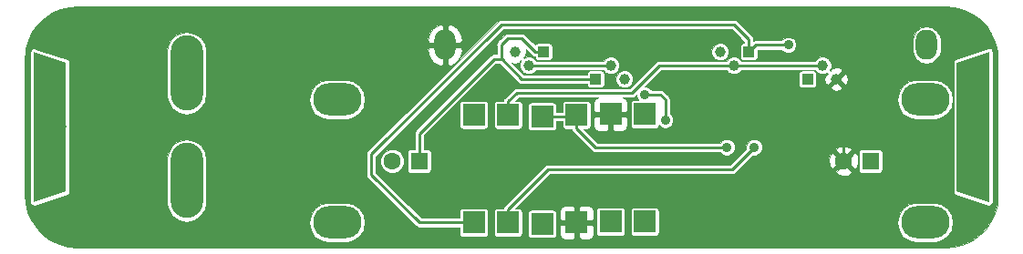
<source format=gbl>
G04 #@! TF.GenerationSoftware,KiCad,Pcbnew,(5.0.1)-3*
G04 #@! TF.CreationDate,2018-12-03T12:15:07+01:00*
G04 #@! TF.ProjectId,drawdio,6472617764696F2E6B696361645F7063,rev?*
G04 #@! TF.SameCoordinates,PX60a6ad0PY525bfc0*
G04 #@! TF.FileFunction,Copper,L2,Bot,Signal*
G04 #@! TF.FilePolarity,Positive*
%FSLAX46Y46*%
G04 Gerber Fmt 4.6, Leading zero omitted, Abs format (unit mm)*
G04 Created by KiCad (PCBNEW (5.0.1)-3) date 03/12/2018 12:15:07*
%MOMM*%
%LPD*%
G01*
G04 APERTURE LIST*
G04 #@! TA.AperFunction,ComponentPad*
%ADD10R,1.998980X1.998980*%
G04 #@! TD*
G04 #@! TA.AperFunction,ComponentPad*
%ADD11C,1.600000*%
G04 #@! TD*
G04 #@! TA.AperFunction,ComponentPad*
%ADD12R,1.600000X1.600000*%
G04 #@! TD*
G04 #@! TA.AperFunction,ComponentPad*
%ADD13O,4.500000X3.000000*%
G04 #@! TD*
G04 #@! TA.AperFunction,ComponentPad*
%ADD14O,3.000000X7.000000*%
G04 #@! TD*
G04 #@! TA.AperFunction,ComponentPad*
%ADD15C,3.000000*%
G04 #@! TD*
G04 #@! TA.AperFunction,Conductor*
%ADD16C,0.150000*%
G04 #@! TD*
G04 #@! TA.AperFunction,ComponentPad*
%ADD17R,1.000000X1.000000*%
G04 #@! TD*
G04 #@! TA.AperFunction,ComponentPad*
%ADD18C,1.000000*%
G04 #@! TD*
G04 #@! TA.AperFunction,ComponentPad*
%ADD19O,2.000000X2.800000*%
G04 #@! TD*
G04 #@! TA.AperFunction,ViaPad*
%ADD20C,0.889000*%
G04 #@! TD*
G04 #@! TA.AperFunction,Conductor*
%ADD21C,0.254000*%
G04 #@! TD*
G04 #@! TA.AperFunction,Conductor*
%ADD22C,0.400000*%
G04 #@! TD*
G04 #@! TA.AperFunction,Conductor*
%ADD23C,0.100000*%
G04 #@! TD*
G04 APERTURE END LIST*
D10*
G04 #@! TO.P,C2,2*
G04 #@! TO.N,GND*
X3810000Y556260D03*
G04 #@! TO.P,C2,1*
G04 #@! TO.N,Net-(C2-Pad1)*
X3810000Y-9446260D03*
G04 #@! TD*
G04 #@! TO.P,C3,1*
G04 #@! TO.N,Net-(C3-Pad1)*
X635000Y477520D03*
G04 #@! TO.P,C3,2*
G04 #@! TO.N,GND*
X635000Y-9525000D03*
G04 #@! TD*
D11*
G04 #@! TO.P,C4,2*
G04 #@! TO.N,Net-(C4-Pad2)*
X-16470000Y-3810000D03*
D12*
G04 #@! TO.P,C4,1*
G04 #@! TO.N,Net-(C4-Pad1)*
X-13970000Y-3810000D03*
G04 #@! TD*
D10*
G04 #@! TO.P,R3,1*
G04 #@! TO.N,Net-(Q1-Pad2)*
X-5715000Y477520D03*
G04 #@! TO.P,R3,2*
G04 #@! TO.N,Net-(R3-Pad2)*
X-5715000Y-9525000D03*
G04 #@! TD*
G04 #@! TO.P,R1,1*
G04 #@! TO.N,Net-(P1-Pad1)*
X-2540000Y-9652000D03*
G04 #@! TO.P,R1,2*
G04 #@! TO.N,Net-(C3-Pad1)*
X-2540000Y350520D03*
G04 #@! TD*
G04 #@! TO.P,R2,2*
G04 #@! TO.N,Net-(P2-Pad1)*
X6985000Y-9446260D03*
G04 #@! TO.P,R2,1*
G04 #@! TO.N,VCC*
X6985000Y556260D03*
G04 #@! TD*
G04 #@! TO.P,R4,2*
G04 #@! TO.N,Net-(P4-Pad2)*
X-8890000Y-9525000D03*
G04 #@! TO.P,R4,1*
G04 #@! TO.N,Net-(Q3-Pad2)*
X-8890000Y477520D03*
G04 #@! TD*
D13*
G04 #@! TO.P,REF\002A\002A,1*
G04 #@! TO.N,N/C*
X-21590000Y1905000D03*
G04 #@! TD*
G04 #@! TO.P,REF\002A\002A,1*
G04 #@! TO.N,N/C*
X-21590000Y-9525000D03*
G04 #@! TD*
G04 #@! TO.P,REF\002A\002A,1*
G04 #@! TO.N,N/C*
X33020000Y1905000D03*
G04 #@! TD*
D14*
G04 #@! TO.P,P4,1*
G04 #@! TO.N,Net-(C4-Pad2)*
X-35560000Y4365000D03*
G04 #@! TO.P,P4,2*
G04 #@! TO.N,Net-(P4-Pad2)*
X-35560000Y-5635000D03*
G04 #@! TD*
D15*
G04 #@! TO.P,P2,1*
G04 #@! TO.N,Net-(P2-Pad1)*
X37465000Y-635000D03*
D16*
G04 #@! TD*
G04 #@! TO.N,Net-(P2-Pad1)*
G04 #@! TO.C,P2*
G36*
X38965000Y-7635000D02*
X35965000Y-6635000D01*
X35965000Y5365000D01*
X38965000Y6365000D01*
X38965000Y-7635000D01*
X38965000Y-7635000D01*
G37*
D15*
G04 #@! TO.P,P1,1*
G04 #@! TO.N,Net-(P1-Pad1)*
X-48260000Y-635000D03*
D16*
G04 #@! TD*
G04 #@! TO.N,Net-(P1-Pad1)*
G04 #@! TO.C,P1*
G36*
X-49760000Y6365000D02*
X-46760000Y5365000D01*
X-46760000Y-6635000D01*
X-49760000Y-7635000D01*
X-49760000Y6365000D01*
X-49760000Y6365000D01*
G37*
D13*
G04 #@! TO.P,REF\002A\002A,1*
G04 #@! TO.N,N/C*
X33020000Y-9525000D03*
G04 #@! TD*
D11*
G04 #@! TO.P,C1,2*
G04 #@! TO.N,GND*
X25440000Y-3810000D03*
D12*
G04 #@! TO.P,C1,1*
G04 #@! TO.N,VCC*
X27940000Y-3810000D03*
G04 #@! TD*
D17*
G04 #@! TO.P,Q1,1*
G04 #@! TO.N,Net-(P4-Pad2)*
X16637000Y6350000D03*
D18*
G04 #@! TO.P,Q1,3*
G04 #@! TO.N,VCC*
X13970000Y6350000D03*
G04 #@! TO.P,Q1,2*
G04 #@! TO.N,Net-(Q1-Pad2)*
X15240000Y5080000D03*
G04 #@! TD*
G04 #@! TO.P,Q2,2*
G04 #@! TO.N,Net-(Q1-Pad2)*
X23495000Y5080000D03*
G04 #@! TO.P,Q2,3*
G04 #@! TO.N,GND*
X24765000Y3810000D03*
D17*
G04 #@! TO.P,Q2,1*
G04 #@! TO.N,Net-(P4-Pad2)*
X22098000Y3810000D03*
G04 #@! TD*
G04 #@! TO.P,Q3,1*
G04 #@! TO.N,Net-(C4-Pad1)*
X2413000Y3810000D03*
D18*
G04 #@! TO.P,Q3,3*
G04 #@! TO.N,VCC*
X5080000Y3810000D03*
G04 #@! TO.P,Q3,2*
G04 #@! TO.N,Net-(Q3-Pad2)*
X3810000Y5080000D03*
G04 #@! TD*
G04 #@! TO.P,Q4,2*
G04 #@! TO.N,Net-(Q3-Pad2)*
X-3810000Y5080000D03*
G04 #@! TO.P,Q4,3*
G04 #@! TO.N,GND*
X-5080000Y6350000D03*
D17*
G04 #@! TO.P,Q4,1*
G04 #@! TO.N,Net-(C4-Pad1)*
X-2413000Y6350000D03*
G04 #@! TD*
D19*
G04 #@! TO.P,BT1,1*
G04 #@! TO.N,VCC*
X33145000Y6985000D03*
G04 #@! TO.P,BT1,2*
G04 #@! TO.N,GND*
X-11555000Y6985000D03*
G04 #@! TD*
D20*
G04 #@! TO.N,GND*
X16510000Y-7620000D03*
G04 #@! TO.N,Net-(C2-Pad1)*
X6985000Y2349490D03*
X8890000Y0D03*
G04 #@! TO.N,Net-(P4-Pad2)*
X20320000Y6985000D03*
G04 #@! TO.N,Net-(C3-Pad1)*
X14605000Y-2540000D03*
G04 #@! TO.N,Net-(R3-Pad2)*
X17145000Y-2540000D03*
G04 #@! TD*
D21*
G04 #@! TO.N,GND*
X25440000Y3135000D02*
X24765000Y3810000D01*
X25440000Y-3810000D02*
X25440000Y3135000D01*
X635000Y-9525000D02*
X635000Y-10778490D01*
X635000Y-10778490D02*
X683261Y-10826751D01*
X13335000Y-10795000D02*
X16510000Y-7620000D01*
X1286510Y-11430000D02*
X12700000Y-11430000D01*
X635000Y-10778490D02*
X1286510Y-11430000D01*
X12700000Y-11430000D02*
X13335000Y-10795000D01*
X16510000Y-7620000D02*
X16510000Y-7620000D01*
D22*
G04 #@! TO.N,VCC*
X7620000Y1191260D02*
X6985000Y556260D01*
D21*
G04 #@! TO.N,Net-(C4-Pad1)*
X-6997698Y5702302D02*
X-6350000Y5702302D01*
X-13970000Y-3810000D02*
X-13970000Y-1270000D01*
X-13970000Y-1270000D02*
X-6997698Y5702302D01*
X-3167000Y6350000D02*
X-2413000Y6350000D01*
X-4445000Y3810000D02*
X-6350000Y5715000D01*
X-6350000Y5715000D02*
X-6350000Y6985000D01*
X-5715000Y7620000D02*
X-4437000Y7620000D01*
X2413000Y3810000D02*
X-4445000Y3810000D01*
X-6350000Y6985000D02*
X-5715000Y7620000D01*
X-4437000Y7620000D02*
X-3167000Y6350000D01*
G04 #@! TO.N,Net-(Q1-Pad2)*
X15240000Y5080000D02*
X23495000Y5080000D01*
X-5715000Y1731010D02*
X-5715000Y477520D01*
X-4906010Y2540000D02*
X-5715000Y1731010D01*
X5763258Y2540000D02*
X-4906010Y2540000D01*
X15240000Y5080000D02*
X8303258Y5080000D01*
X8303258Y5080000D02*
X5763258Y2540000D01*
G04 #@! TO.N,Net-(Q3-Pad2)*
X-8890000Y1254000D02*
X-8890000Y477520D01*
X3810000Y5080000D02*
X-3810000Y5080000D01*
G04 #@! TO.N,Net-(C2-Pad1)*
X8890000Y0D02*
X8890000Y0D01*
X7613617Y2349490D02*
X6985000Y2349490D01*
X8445510Y2349490D02*
X7613617Y2349490D01*
X8890000Y0D02*
X8890000Y1905000D01*
X8890000Y1905000D02*
X8445510Y2349490D01*
G04 #@! TO.N,Net-(P4-Pad2)*
X17272000Y6985000D02*
X16637000Y6350000D01*
X20320000Y6985000D02*
X17272000Y6985000D01*
X-10143490Y-9525000D02*
X-8890000Y-9525000D01*
X16637000Y7493000D02*
X15240000Y8890000D01*
X-18415000Y-5080000D02*
X-13970000Y-9525000D01*
X16637000Y6350000D02*
X16637000Y7493000D01*
X-13970000Y-9525000D02*
X-10143490Y-9525000D01*
X-6350000Y8890000D02*
X-18415000Y-3175000D01*
X15240000Y8890000D02*
X-6350000Y8890000D01*
X-18415000Y-3175000D02*
X-18415000Y-5080000D01*
G04 #@! TO.N,Net-(C3-Pad1)*
X508000Y350520D02*
X635000Y477520D01*
X-2540000Y350520D02*
X508000Y350520D01*
X635000Y-775970D02*
X2399030Y-2540000D01*
X2399030Y-2540000D02*
X13976383Y-2540000D01*
X635000Y477520D02*
X635000Y-775970D01*
X13976383Y-2540000D02*
X14605000Y-2540000D01*
G04 #@! TO.N,Net-(R3-Pad2)*
X-2015480Y-4571990D02*
X14731990Y-4571990D01*
X-5715000Y-9525000D02*
X-5715000Y-8271510D01*
X-5715000Y-8271510D02*
X-2015480Y-4571990D01*
X14731990Y-4571990D02*
X15113010Y-4571990D01*
X15113010Y-4571990D02*
X17145000Y-2540000D01*
X17145000Y-2540000D02*
X17145000Y-2540000D01*
G04 #@! TD*
D23*
G04 #@! TO.N,GND*
G36*
X35784589Y10492390D02*
X36617003Y10264667D01*
X37395940Y9893132D01*
X38096777Y9389531D01*
X38697347Y8769789D01*
X39178686Y8053483D01*
X39525569Y7263262D01*
X39727447Y6422375D01*
X39780000Y5706747D01*
X39780001Y-6974970D01*
X39702390Y-7844584D01*
X39474668Y-8677001D01*
X39103131Y-9455943D01*
X38599533Y-10156774D01*
X37979789Y-10757348D01*
X37263481Y-11238687D01*
X36473262Y-11585569D01*
X35632375Y-11787447D01*
X34916746Y-11840000D01*
X-45709982Y-11840000D01*
X-46579584Y-11762390D01*
X-47412001Y-11534668D01*
X-48190943Y-11163131D01*
X-48891774Y-10659533D01*
X-49492348Y-10039789D01*
X-49838271Y-9525000D01*
X-24179342Y-9525000D01*
X-24039330Y-10228886D01*
X-23640611Y-10825611D01*
X-23043886Y-11224330D01*
X-22517676Y-11329000D01*
X-20662324Y-11329000D01*
X-20136114Y-11224330D01*
X-19539389Y-10825611D01*
X-19140670Y-10228886D01*
X-19000658Y-9525000D01*
X-19140670Y-8821114D01*
X-19539389Y-8224389D01*
X-20136114Y-7825670D01*
X-20662324Y-7721000D01*
X-22517676Y-7721000D01*
X-23043886Y-7825670D01*
X-23640611Y-8224389D01*
X-24039330Y-8821114D01*
X-24179342Y-9525000D01*
X-49838271Y-9525000D01*
X-49973687Y-9323481D01*
X-50320569Y-8533262D01*
X-50522447Y-7692375D01*
X-50575000Y-6976746D01*
X-50575000Y5704982D01*
X-50516096Y6365000D01*
X-50069955Y6365000D01*
X-50069955Y-7635000D01*
X-50054049Y-7733016D01*
X-49994157Y-7838083D01*
X-49898616Y-7912232D01*
X-49781972Y-7944175D01*
X-49661984Y-7929049D01*
X-46661984Y-6929049D01*
X-46540829Y-6854171D01*
X-46473639Y-6753615D01*
X-46450045Y-6635000D01*
X-46450045Y-3457325D01*
X-37364000Y-3457325D01*
X-37363999Y-7812676D01*
X-37259329Y-8338886D01*
X-36860610Y-8935611D01*
X-36263885Y-9334330D01*
X-35560000Y-9474342D01*
X-34856114Y-9334330D01*
X-34259389Y-8935611D01*
X-33860670Y-8338886D01*
X-33756000Y-7812676D01*
X-33756000Y-3457324D01*
X-33812157Y-3175000D01*
X-18854442Y-3175000D01*
X-18846000Y-3217441D01*
X-18845999Y-5037554D01*
X-18854442Y-5080000D01*
X-18820992Y-5248166D01*
X-18820991Y-5248167D01*
X-18820991Y-5248168D01*
X-18725732Y-5390733D01*
X-18689749Y-5414776D01*
X-14304776Y-9799750D01*
X-14280733Y-9835733D01*
X-14138168Y-9930992D01*
X-14012445Y-9956000D01*
X-14012442Y-9956000D01*
X-13970001Y-9964442D01*
X-13927560Y-9956000D01*
X-10199445Y-9956000D01*
X-10199445Y-10524490D01*
X-10175851Y-10643105D01*
X-10108661Y-10743661D01*
X-10008105Y-10810851D01*
X-9889490Y-10834445D01*
X-7890510Y-10834445D01*
X-7771895Y-10810851D01*
X-7671339Y-10743661D01*
X-7604149Y-10643105D01*
X-7580555Y-10524490D01*
X-7580555Y-8525510D01*
X-7024445Y-8525510D01*
X-7024445Y-10524490D01*
X-7000851Y-10643105D01*
X-6933661Y-10743661D01*
X-6833105Y-10810851D01*
X-6714490Y-10834445D01*
X-4715510Y-10834445D01*
X-4596895Y-10810851D01*
X-4496339Y-10743661D01*
X-4429149Y-10643105D01*
X-4405555Y-10524490D01*
X-4405555Y-8652510D01*
X-3849445Y-8652510D01*
X-3849445Y-10651490D01*
X-3825851Y-10770105D01*
X-3758661Y-10870661D01*
X-3658105Y-10937851D01*
X-3539490Y-10961445D01*
X-1540510Y-10961445D01*
X-1421895Y-10937851D01*
X-1321339Y-10870661D01*
X-1254149Y-10770105D01*
X-1230555Y-10651490D01*
X-1230555Y-9868500D01*
X-922490Y-9868500D01*
X-922490Y-10635483D01*
X-837540Y-10840572D01*
X-680572Y-10997539D01*
X-475483Y-11082490D01*
X291500Y-11082490D01*
X431000Y-10942990D01*
X431000Y-9729000D01*
X839000Y-9729000D01*
X839000Y-10942990D01*
X978500Y-11082490D01*
X1745483Y-11082490D01*
X1950572Y-10997539D01*
X2107540Y-10840572D01*
X2192490Y-10635483D01*
X2192490Y-9868500D01*
X2052990Y-9729000D01*
X839000Y-9729000D01*
X431000Y-9729000D01*
X-782990Y-9729000D01*
X-922490Y-9868500D01*
X-1230555Y-9868500D01*
X-1230555Y-8652510D01*
X-1254149Y-8533895D01*
X-1321339Y-8433339D01*
X-1349507Y-8414517D01*
X-922490Y-8414517D01*
X-922490Y-9181500D01*
X-782990Y-9321000D01*
X431000Y-9321000D01*
X431000Y-8107010D01*
X839000Y-8107010D01*
X839000Y-9321000D01*
X2052990Y-9321000D01*
X2192490Y-9181500D01*
X2192490Y-8446770D01*
X2500555Y-8446770D01*
X2500555Y-10445750D01*
X2524149Y-10564365D01*
X2591339Y-10664921D01*
X2691895Y-10732111D01*
X2810510Y-10755705D01*
X4809490Y-10755705D01*
X4928105Y-10732111D01*
X5028661Y-10664921D01*
X5095851Y-10564365D01*
X5119445Y-10445750D01*
X5119445Y-8446770D01*
X5675555Y-8446770D01*
X5675555Y-10445750D01*
X5699149Y-10564365D01*
X5766339Y-10664921D01*
X5866895Y-10732111D01*
X5985510Y-10755705D01*
X7984490Y-10755705D01*
X8103105Y-10732111D01*
X8203661Y-10664921D01*
X8270851Y-10564365D01*
X8294445Y-10445750D01*
X8294445Y-9525000D01*
X30430658Y-9525000D01*
X30570670Y-10228886D01*
X30969389Y-10825611D01*
X31566114Y-11224330D01*
X32092324Y-11329000D01*
X33947676Y-11329000D01*
X34473886Y-11224330D01*
X35070611Y-10825611D01*
X35469330Y-10228886D01*
X35609342Y-9525000D01*
X35469330Y-8821114D01*
X35070611Y-8224389D01*
X34473886Y-7825670D01*
X33947676Y-7721000D01*
X32092324Y-7721000D01*
X31566114Y-7825670D01*
X30969389Y-8224389D01*
X30570670Y-8821114D01*
X30430658Y-9525000D01*
X8294445Y-9525000D01*
X8294445Y-8446770D01*
X8270851Y-8328155D01*
X8203661Y-8227599D01*
X8103105Y-8160409D01*
X7984490Y-8136815D01*
X5985510Y-8136815D01*
X5866895Y-8160409D01*
X5766339Y-8227599D01*
X5699149Y-8328155D01*
X5675555Y-8446770D01*
X5119445Y-8446770D01*
X5095851Y-8328155D01*
X5028661Y-8227599D01*
X4928105Y-8160409D01*
X4809490Y-8136815D01*
X2810510Y-8136815D01*
X2691895Y-8160409D01*
X2591339Y-8227599D01*
X2524149Y-8328155D01*
X2500555Y-8446770D01*
X2192490Y-8446770D01*
X2192490Y-8414517D01*
X2107540Y-8209428D01*
X1950572Y-8052461D01*
X1745483Y-7967510D01*
X978500Y-7967510D01*
X839000Y-8107010D01*
X431000Y-8107010D01*
X291500Y-7967510D01*
X-475483Y-7967510D01*
X-680572Y-8052461D01*
X-837540Y-8209428D01*
X-922490Y-8414517D01*
X-1349507Y-8414517D01*
X-1421895Y-8366149D01*
X-1540510Y-8342555D01*
X-3539490Y-8342555D01*
X-3658105Y-8366149D01*
X-3758661Y-8433339D01*
X-3825851Y-8533895D01*
X-3849445Y-8652510D01*
X-4405555Y-8652510D01*
X-4405555Y-8525510D01*
X-4429149Y-8406895D01*
X-4496339Y-8306339D01*
X-4596895Y-8239149D01*
X-4715510Y-8215555D01*
X-5049520Y-8215555D01*
X-1836954Y-5002990D01*
X15070569Y-5002990D01*
X15113010Y-5011432D01*
X15155451Y-5002990D01*
X15155455Y-5002990D01*
X15281178Y-4977982D01*
X15423743Y-4882723D01*
X15447788Y-4846737D01*
X15471751Y-4822774D01*
X24715725Y-4822774D01*
X24800070Y-5037852D01*
X25318661Y-5189278D01*
X25855724Y-5130721D01*
X26079930Y-5037852D01*
X26164275Y-4822774D01*
X25440000Y-4098500D01*
X24715725Y-4822774D01*
X15471751Y-4822774D01*
X16605864Y-3688661D01*
X24060722Y-3688661D01*
X24119279Y-4225724D01*
X24212148Y-4449930D01*
X24427226Y-4534275D01*
X25151500Y-3810000D01*
X25728500Y-3810000D01*
X26452774Y-4534275D01*
X26667852Y-4449930D01*
X26819278Y-3931339D01*
X26760721Y-3394276D01*
X26667852Y-3170070D01*
X26452774Y-3085725D01*
X25728500Y-3810000D01*
X25151500Y-3810000D01*
X24427226Y-3085725D01*
X24212148Y-3170070D01*
X24060722Y-3688661D01*
X16605864Y-3688661D01*
X17006026Y-3288500D01*
X17293886Y-3288500D01*
X17568991Y-3174548D01*
X17779548Y-2963991D01*
X17848624Y-2797226D01*
X24715725Y-2797226D01*
X25440000Y-3521500D01*
X25951500Y-3010000D01*
X26830045Y-3010000D01*
X26830045Y-4610000D01*
X26853639Y-4728615D01*
X26920829Y-4829171D01*
X27021385Y-4896361D01*
X27140000Y-4919955D01*
X28740000Y-4919955D01*
X28858615Y-4896361D01*
X28959171Y-4829171D01*
X29026361Y-4728615D01*
X29049955Y-4610000D01*
X29049955Y-3010000D01*
X29026361Y-2891385D01*
X28959171Y-2790829D01*
X28858615Y-2723639D01*
X28740000Y-2700045D01*
X27140000Y-2700045D01*
X27021385Y-2723639D01*
X26920829Y-2790829D01*
X26853639Y-2891385D01*
X26830045Y-3010000D01*
X25951500Y-3010000D01*
X26164275Y-2797226D01*
X26079930Y-2582148D01*
X25561339Y-2430722D01*
X25024276Y-2489279D01*
X24800070Y-2582148D01*
X24715725Y-2797226D01*
X17848624Y-2797226D01*
X17893500Y-2688886D01*
X17893500Y-2391114D01*
X17779548Y-2116009D01*
X17568991Y-1905452D01*
X17293886Y-1791500D01*
X16996114Y-1791500D01*
X16721009Y-1905452D01*
X16510452Y-2116009D01*
X16396500Y-2391114D01*
X16396500Y-2678974D01*
X14934485Y-4140990D01*
X-1973040Y-4140990D01*
X-2015481Y-4132548D01*
X-2057922Y-4140990D01*
X-2057925Y-4140990D01*
X-2183648Y-4165998D01*
X-2326213Y-4261257D01*
X-2350256Y-4297240D01*
X-5989749Y-7936734D01*
X-6025732Y-7960777D01*
X-6049775Y-7996760D01*
X-6049776Y-7996761D01*
X-6078809Y-8040212D01*
X-6108420Y-8084529D01*
X-6120992Y-8103344D01*
X-6143312Y-8215555D01*
X-6714490Y-8215555D01*
X-6833105Y-8239149D01*
X-6933661Y-8306339D01*
X-7000851Y-8406895D01*
X-7024445Y-8525510D01*
X-7580555Y-8525510D01*
X-7604149Y-8406895D01*
X-7671339Y-8306339D01*
X-7771895Y-8239149D01*
X-7890510Y-8215555D01*
X-9889490Y-8215555D01*
X-10008105Y-8239149D01*
X-10108661Y-8306339D01*
X-10175851Y-8406895D01*
X-10199445Y-8525510D01*
X-10199445Y-9094000D01*
X-13791474Y-9094000D01*
X-17984000Y-4901475D01*
X-17984000Y-3590401D01*
X-17574000Y-3590401D01*
X-17574000Y-4029599D01*
X-17405926Y-4435366D01*
X-17095366Y-4745926D01*
X-16689599Y-4914000D01*
X-16250401Y-4914000D01*
X-15844634Y-4745926D01*
X-15534074Y-4435366D01*
X-15366000Y-4029599D01*
X-15366000Y-3590401D01*
X-15534074Y-3184634D01*
X-15708708Y-3010000D01*
X-15079955Y-3010000D01*
X-15079955Y-4610000D01*
X-15056361Y-4728615D01*
X-14989171Y-4829171D01*
X-14888615Y-4896361D01*
X-14770000Y-4919955D01*
X-13170000Y-4919955D01*
X-13051385Y-4896361D01*
X-12950829Y-4829171D01*
X-12883639Y-4728615D01*
X-12860045Y-4610000D01*
X-12860045Y-3010000D01*
X-12883639Y-2891385D01*
X-12950829Y-2790829D01*
X-13051385Y-2723639D01*
X-13170000Y-2700045D01*
X-13539000Y-2700045D01*
X-13539000Y-1448525D01*
X-10613465Y1477010D01*
X-10199445Y1477010D01*
X-10199445Y-521970D01*
X-10175851Y-640585D01*
X-10108661Y-741141D01*
X-10008105Y-808331D01*
X-9889490Y-831925D01*
X-7890510Y-831925D01*
X-7771895Y-808331D01*
X-7671339Y-741141D01*
X-7604149Y-640585D01*
X-7580555Y-521970D01*
X-7580555Y1477010D01*
X-7024445Y1477010D01*
X-7024445Y-521970D01*
X-7000851Y-640585D01*
X-6933661Y-741141D01*
X-6833105Y-808331D01*
X-6714490Y-831925D01*
X-4715510Y-831925D01*
X-4596895Y-808331D01*
X-4496339Y-741141D01*
X-4429149Y-640585D01*
X-4405555Y-521970D01*
X-4405555Y1350010D01*
X-3849445Y1350010D01*
X-3849445Y-648970D01*
X-3825851Y-767585D01*
X-3758661Y-868141D01*
X-3658105Y-935331D01*
X-3539490Y-958925D01*
X-1540510Y-958925D01*
X-1421895Y-935331D01*
X-1321339Y-868141D01*
X-1254149Y-767585D01*
X-1230555Y-648970D01*
X-1230555Y-80480D01*
X-674445Y-80480D01*
X-674445Y-521970D01*
X-650851Y-640585D01*
X-583661Y-741141D01*
X-483105Y-808331D01*
X-364490Y-831925D01*
X206688Y-831925D01*
X229008Y-944136D01*
X229009Y-944137D01*
X229009Y-944138D01*
X324268Y-1086703D01*
X360251Y-1110746D01*
X2064254Y-2814750D01*
X2088297Y-2850733D01*
X2230862Y-2945992D01*
X2356585Y-2971000D01*
X2356588Y-2971000D01*
X2399029Y-2979442D01*
X2441470Y-2971000D01*
X13977461Y-2971000D01*
X14181009Y-3174548D01*
X14456114Y-3288500D01*
X14753886Y-3288500D01*
X15028991Y-3174548D01*
X15239548Y-2963991D01*
X15353500Y-2688886D01*
X15353500Y-2391114D01*
X15239548Y-2116009D01*
X15028991Y-1905452D01*
X14753886Y-1791500D01*
X14456114Y-1791500D01*
X14181009Y-1905452D01*
X13977461Y-2109000D01*
X2577556Y-2109000D01*
X1300480Y-831925D01*
X1634490Y-831925D01*
X1753105Y-808331D01*
X1853661Y-741141D01*
X1920851Y-640585D01*
X1944445Y-521970D01*
X1944445Y212760D01*
X2252510Y212760D01*
X2252510Y-554223D01*
X2337460Y-759312D01*
X2494428Y-916279D01*
X2699517Y-1001230D01*
X3466500Y-1001230D01*
X3606000Y-861730D01*
X3606000Y352260D01*
X4014000Y352260D01*
X4014000Y-861730D01*
X4153500Y-1001230D01*
X4920483Y-1001230D01*
X5125572Y-916279D01*
X5282540Y-759312D01*
X5367490Y-554223D01*
X5367490Y212760D01*
X5227990Y352260D01*
X4014000Y352260D01*
X3606000Y352260D01*
X2392010Y352260D01*
X2252510Y212760D01*
X1944445Y212760D01*
X1944445Y1477010D01*
X1920851Y1595625D01*
X1853661Y1696181D01*
X1753105Y1763371D01*
X1634490Y1786965D01*
X-364490Y1786965D01*
X-483105Y1763371D01*
X-583661Y1696181D01*
X-650851Y1595625D01*
X-674445Y1477010D01*
X-674445Y781520D01*
X-1230555Y781520D01*
X-1230555Y1350010D01*
X-1254149Y1468625D01*
X-1321339Y1569181D01*
X-1421895Y1636371D01*
X-1540510Y1659965D01*
X-3539490Y1659965D01*
X-3658105Y1636371D01*
X-3758661Y1569181D01*
X-3825851Y1468625D01*
X-3849445Y1350010D01*
X-4405555Y1350010D01*
X-4405555Y1477010D01*
X-4429149Y1595625D01*
X-4496339Y1696181D01*
X-4596895Y1763371D01*
X-4715510Y1786965D01*
X-5049520Y1786965D01*
X-4727484Y2109000D01*
X2688050Y2109000D01*
X2494428Y2028799D01*
X2337460Y1871832D01*
X2252510Y1666743D01*
X2252510Y899760D01*
X2392010Y760260D01*
X3606000Y760260D01*
X3606000Y780260D01*
X4014000Y780260D01*
X4014000Y760260D01*
X5227990Y760260D01*
X5367490Y899760D01*
X5367490Y1666743D01*
X5282540Y1871832D01*
X5125572Y2028799D01*
X4931950Y2109000D01*
X5720817Y2109000D01*
X5763258Y2100558D01*
X5805699Y2109000D01*
X5805703Y2109000D01*
X5931426Y2134008D01*
X6073991Y2229267D01*
X6098036Y2265253D01*
X6236500Y2403717D01*
X6236500Y2200604D01*
X6350452Y1925499D01*
X6410246Y1865705D01*
X5985510Y1865705D01*
X5866895Y1842111D01*
X5766339Y1774921D01*
X5699149Y1674365D01*
X5675555Y1555750D01*
X5675555Y-443230D01*
X5699149Y-561845D01*
X5766339Y-662401D01*
X5866895Y-729591D01*
X5985510Y-753185D01*
X7984490Y-753185D01*
X8103105Y-729591D01*
X8203661Y-662401D01*
X8270851Y-561845D01*
X8291168Y-459707D01*
X8466009Y-634548D01*
X8741114Y-748500D01*
X9038886Y-748500D01*
X9313991Y-634548D01*
X9524548Y-423991D01*
X9638500Y-148886D01*
X9638500Y148886D01*
X9524548Y423991D01*
X9321000Y627539D01*
X9321000Y1862559D01*
X9329442Y1905000D01*
X30430658Y1905000D01*
X30570670Y1201114D01*
X30969389Y604389D01*
X31566114Y205670D01*
X32092324Y101000D01*
X33947676Y101000D01*
X34473886Y205670D01*
X35070611Y604389D01*
X35469330Y1201114D01*
X35609342Y1905000D01*
X35469330Y2608886D01*
X35070611Y3205611D01*
X34473886Y3604330D01*
X33947676Y3709000D01*
X32092324Y3709000D01*
X31566114Y3604330D01*
X30969389Y3205611D01*
X30570670Y2608886D01*
X30430658Y1905000D01*
X9329442Y1905000D01*
X9321000Y1947441D01*
X9321000Y1947445D01*
X9295992Y2073168D01*
X9200733Y2215733D01*
X9164749Y2239777D01*
X8780288Y2624237D01*
X8756243Y2660223D01*
X8613678Y2755482D01*
X8487955Y2780490D01*
X8487951Y2780490D01*
X8445510Y2788932D01*
X8403069Y2780490D01*
X7612539Y2780490D01*
X7408991Y2984038D01*
X7133886Y3097990D01*
X6930773Y3097990D01*
X8481784Y4649000D01*
X14548283Y4649000D01*
X14558402Y4624571D01*
X14784571Y4398402D01*
X15080075Y4276000D01*
X15399925Y4276000D01*
X15482008Y4310000D01*
X21288045Y4310000D01*
X21288045Y3310000D01*
X21311639Y3191385D01*
X21378829Y3090829D01*
X21479385Y3023639D01*
X21598000Y3000045D01*
X22598000Y3000045D01*
X22685606Y3017471D01*
X24260971Y3017471D01*
X24307421Y2833131D01*
X24716084Y2732383D01*
X25132194Y2795693D01*
X25222579Y2833131D01*
X25269029Y3017471D01*
X24765000Y3521500D01*
X24260971Y3017471D01*
X22685606Y3017471D01*
X22716615Y3023639D01*
X22817171Y3090829D01*
X22884361Y3191385D01*
X22907955Y3310000D01*
X22907955Y4310000D01*
X22884361Y4428615D01*
X22817171Y4529171D01*
X22716615Y4596361D01*
X22598000Y4619955D01*
X21598000Y4619955D01*
X21479385Y4596361D01*
X21378829Y4529171D01*
X21311639Y4428615D01*
X21288045Y4310000D01*
X15482008Y4310000D01*
X15695429Y4398402D01*
X15921598Y4624571D01*
X15931717Y4649000D01*
X22803283Y4649000D01*
X22813402Y4624571D01*
X23039571Y4398402D01*
X23335075Y4276000D01*
X23654925Y4276000D01*
X23906353Y4380145D01*
X23972469Y4314029D01*
X23788131Y4267579D01*
X23687383Y3858916D01*
X23750693Y3442806D01*
X23788131Y3352421D01*
X23972471Y3305971D01*
X24476500Y3810000D01*
X25053500Y3810000D01*
X25557529Y3305971D01*
X25741869Y3352421D01*
X25842617Y3761084D01*
X25779307Y4177194D01*
X25741869Y4267579D01*
X25557529Y4314029D01*
X25053500Y3810000D01*
X24476500Y3810000D01*
X24462358Y3824142D01*
X24750858Y4112642D01*
X24765000Y4098500D01*
X25269029Y4602529D01*
X25222579Y4786869D01*
X24813916Y4887617D01*
X24397806Y4824307D01*
X24307421Y4786869D01*
X24260971Y4602531D01*
X24194855Y4668647D01*
X24299000Y4920075D01*
X24299000Y5239925D01*
X24176598Y5535429D01*
X23950429Y5761598D01*
X23654925Y5884000D01*
X23335075Y5884000D01*
X23039571Y5761598D01*
X22813402Y5535429D01*
X22803283Y5511000D01*
X15931717Y5511000D01*
X15921598Y5535429D01*
X15695429Y5761598D01*
X15399925Y5884000D01*
X15080075Y5884000D01*
X14784571Y5761598D01*
X14558402Y5535429D01*
X14548283Y5511000D01*
X8345698Y5511000D01*
X8303257Y5519442D01*
X8260816Y5511000D01*
X8260813Y5511000D01*
X8135090Y5485992D01*
X7992525Y5390733D01*
X7968482Y5354750D01*
X5584733Y2971000D01*
X-4863565Y2971000D01*
X-4906010Y2979443D01*
X-4948455Y2971000D01*
X-5074178Y2945992D01*
X-5216743Y2850733D01*
X-5240786Y2814749D01*
X-5989747Y2065788D01*
X-6025733Y2041743D01*
X-6120992Y1899177D01*
X-6143312Y1786965D01*
X-6714490Y1786965D01*
X-6833105Y1763371D01*
X-6933661Y1696181D01*
X-7000851Y1595625D01*
X-7024445Y1477010D01*
X-7580555Y1477010D01*
X-7604149Y1595625D01*
X-7671339Y1696181D01*
X-7771895Y1763371D01*
X-7890510Y1786965D01*
X-9889490Y1786965D01*
X-10008105Y1763371D01*
X-10108661Y1696181D01*
X-10175851Y1595625D01*
X-10199445Y1477010D01*
X-10613465Y1477010D01*
X-6819172Y5271302D01*
X-6515827Y5271302D01*
X-4779776Y3535250D01*
X-4755733Y3499267D01*
X-4613168Y3404008D01*
X-4487445Y3379000D01*
X-4487441Y3379000D01*
X-4445000Y3370558D01*
X-4402559Y3379000D01*
X1603045Y3379000D01*
X1603045Y3310000D01*
X1626639Y3191385D01*
X1693829Y3090829D01*
X1794385Y3023639D01*
X1913000Y3000045D01*
X2913000Y3000045D01*
X3031615Y3023639D01*
X3132171Y3090829D01*
X3199361Y3191385D01*
X3222955Y3310000D01*
X3222955Y3969925D01*
X4276000Y3969925D01*
X4276000Y3650075D01*
X4398402Y3354571D01*
X4624571Y3128402D01*
X4920075Y3006000D01*
X5239925Y3006000D01*
X5535429Y3128402D01*
X5761598Y3354571D01*
X5884000Y3650075D01*
X5884000Y3969925D01*
X5761598Y4265429D01*
X5535429Y4491598D01*
X5239925Y4614000D01*
X4920075Y4614000D01*
X4624571Y4491598D01*
X4398402Y4265429D01*
X4276000Y3969925D01*
X3222955Y3969925D01*
X3222955Y4310000D01*
X3199361Y4428615D01*
X3132171Y4529171D01*
X3031615Y4596361D01*
X2913000Y4619955D01*
X1913000Y4619955D01*
X1794385Y4596361D01*
X1693829Y4529171D01*
X1626639Y4428615D01*
X1603045Y4310000D01*
X1603045Y4241000D01*
X-4266474Y4241000D01*
X-5353134Y5327660D01*
X-5128916Y5272383D01*
X-4712806Y5335693D01*
X-4622421Y5373131D01*
X-4575971Y5557469D01*
X-4509855Y5491353D01*
X-4614000Y5239925D01*
X-4614000Y4920075D01*
X-4491598Y4624571D01*
X-4265429Y4398402D01*
X-3969925Y4276000D01*
X-3650075Y4276000D01*
X-3354571Y4398402D01*
X-3128402Y4624571D01*
X-3118283Y4649000D01*
X3118283Y4649000D01*
X3128402Y4624571D01*
X3354571Y4398402D01*
X3650075Y4276000D01*
X3969925Y4276000D01*
X4265429Y4398402D01*
X4491598Y4624571D01*
X4614000Y4920075D01*
X4614000Y5239925D01*
X4491598Y5535429D01*
X4265429Y5761598D01*
X3969925Y5884000D01*
X3650075Y5884000D01*
X3354571Y5761598D01*
X3128402Y5535429D01*
X3118283Y5511000D01*
X-3118283Y5511000D01*
X-3128402Y5535429D01*
X-3354571Y5761598D01*
X-3650075Y5884000D01*
X-3969925Y5884000D01*
X-4221353Y5779855D01*
X-4287469Y5845971D01*
X-4103131Y5892421D01*
X-4002383Y6301084D01*
X-4051691Y6625165D01*
X-3501774Y6075248D01*
X-3477733Y6039267D01*
X-3441753Y6015226D01*
X-3441751Y6015224D01*
X-3335767Y5944408D01*
X-3335168Y5944008D01*
X-3222955Y5921687D01*
X-3222955Y5850000D01*
X-3199361Y5731385D01*
X-3132171Y5630829D01*
X-3031615Y5563639D01*
X-2913000Y5540045D01*
X-1913000Y5540045D01*
X-1794385Y5563639D01*
X-1693829Y5630829D01*
X-1626639Y5731385D01*
X-1603045Y5850000D01*
X-1603045Y6509925D01*
X13166000Y6509925D01*
X13166000Y6190075D01*
X13288402Y5894571D01*
X13514571Y5668402D01*
X13810075Y5546000D01*
X14129925Y5546000D01*
X14425429Y5668402D01*
X14651598Y5894571D01*
X14774000Y6190075D01*
X14774000Y6509925D01*
X14651598Y6805429D01*
X14425429Y7031598D01*
X14129925Y7154000D01*
X13810075Y7154000D01*
X13514571Y7031598D01*
X13288402Y6805429D01*
X13166000Y6509925D01*
X-1603045Y6509925D01*
X-1603045Y6850000D01*
X-1626639Y6968615D01*
X-1693829Y7069171D01*
X-1794385Y7136361D01*
X-1913000Y7159955D01*
X-2913000Y7159955D01*
X-3031615Y7136361D01*
X-3132171Y7069171D01*
X-3190039Y6982566D01*
X-4102222Y7894747D01*
X-4126267Y7930733D01*
X-4268832Y8025992D01*
X-4394555Y8051000D01*
X-4394559Y8051000D01*
X-4437000Y8059442D01*
X-4479441Y8051000D01*
X-5672555Y8051000D01*
X-5715000Y8059443D01*
X-5757445Y8051000D01*
X-5883168Y8025992D01*
X-6025733Y7930733D01*
X-6049776Y7894749D01*
X-6624749Y7319776D01*
X-6660732Y7295733D01*
X-6738909Y7178732D01*
X-6755992Y7153166D01*
X-6789442Y6985000D01*
X-6780999Y6942554D01*
X-6781000Y6133302D01*
X-6955258Y6133302D01*
X-6997699Y6141744D01*
X-7040140Y6133302D01*
X-7040143Y6133302D01*
X-7165866Y6108294D01*
X-7308431Y6013035D01*
X-7332474Y5977052D01*
X-14244749Y-935224D01*
X-14280732Y-959267D01*
X-14304775Y-995250D01*
X-14304776Y-995251D01*
X-14375992Y-1101834D01*
X-14409442Y-1270000D01*
X-14400999Y-1312446D01*
X-14401000Y-2700045D01*
X-14770000Y-2700045D01*
X-14888615Y-2723639D01*
X-14989171Y-2790829D01*
X-15056361Y-2891385D01*
X-15079955Y-3010000D01*
X-15708708Y-3010000D01*
X-15844634Y-2874074D01*
X-16250401Y-2706000D01*
X-16689599Y-2706000D01*
X-17095366Y-2874074D01*
X-17405926Y-3184634D01*
X-17574000Y-3590401D01*
X-17984000Y-3590401D01*
X-17984000Y-3353525D01*
X-6171474Y8459000D01*
X15061475Y8459000D01*
X16206001Y7314473D01*
X16206001Y7159955D01*
X16137000Y7159955D01*
X16018385Y7136361D01*
X15917829Y7069171D01*
X15850639Y6968615D01*
X15827045Y6850000D01*
X15827045Y5850000D01*
X15850639Y5731385D01*
X15917829Y5630829D01*
X16018385Y5563639D01*
X16137000Y5540045D01*
X17137000Y5540045D01*
X17255615Y5563639D01*
X17356171Y5630829D01*
X17423361Y5731385D01*
X17446955Y5850000D01*
X17446955Y6550429D01*
X17450526Y6554000D01*
X19692461Y6554000D01*
X19896009Y6350452D01*
X20171114Y6236500D01*
X20468886Y6236500D01*
X20743991Y6350452D01*
X20954548Y6561009D01*
X21068500Y6836114D01*
X21068500Y7133886D01*
X20954548Y7408991D01*
X20850112Y7513427D01*
X31841000Y7513427D01*
X31841000Y6456572D01*
X31916660Y6076205D01*
X32204870Y5644869D01*
X32636206Y5356660D01*
X33145000Y5255454D01*
X33653795Y5356660D01*
X33666276Y5365000D01*
X35655045Y5365000D01*
X35655045Y-6635000D01*
X35687768Y-6773616D01*
X35761917Y-6869157D01*
X35866984Y-6929049D01*
X38866984Y-7929049D01*
X38965000Y-7944955D01*
X39083615Y-7921361D01*
X39184171Y-7854171D01*
X39251361Y-7753615D01*
X39274955Y-7635000D01*
X39274955Y6365000D01*
X39259049Y6463016D01*
X39199157Y6568083D01*
X39103616Y6642232D01*
X38986972Y6674175D01*
X38866984Y6659049D01*
X35866984Y5659049D01*
X35745829Y5584171D01*
X35678639Y5483615D01*
X35655045Y5365000D01*
X33666276Y5365000D01*
X34085131Y5644869D01*
X34373340Y6076205D01*
X34449000Y6456573D01*
X34449000Y7513428D01*
X34373340Y7893795D01*
X34085131Y8325131D01*
X33653794Y8613340D01*
X33145000Y8714546D01*
X32636205Y8613340D01*
X32204869Y8325131D01*
X31916660Y7893794D01*
X31841000Y7513427D01*
X20850112Y7513427D01*
X20743991Y7619548D01*
X20468886Y7733500D01*
X20171114Y7733500D01*
X19896009Y7619548D01*
X19692461Y7416000D01*
X17314445Y7416000D01*
X17272000Y7424443D01*
X17229555Y7416000D01*
X17103832Y7390992D01*
X17068000Y7367050D01*
X17068000Y7450560D01*
X17076442Y7493001D01*
X17068000Y7535442D01*
X17068000Y7535445D01*
X17042992Y7661168D01*
X16947733Y7803733D01*
X16911750Y7827776D01*
X15574778Y9164747D01*
X15550733Y9200733D01*
X15408168Y9295992D01*
X15282445Y9321000D01*
X15282441Y9321000D01*
X15240000Y9329442D01*
X15197559Y9321000D01*
X-6307555Y9321000D01*
X-6350000Y9329443D01*
X-6392445Y9321000D01*
X-6518168Y9295992D01*
X-6660733Y9200733D01*
X-6684776Y9164750D01*
X-18689747Y-2840222D01*
X-18725733Y-2864267D01*
X-18820992Y-3006833D01*
X-18846000Y-3132556D01*
X-18846000Y-3132559D01*
X-18854442Y-3175000D01*
X-33812157Y-3175000D01*
X-33860670Y-2931114D01*
X-34259389Y-2334389D01*
X-34856115Y-1935670D01*
X-35560000Y-1795658D01*
X-36263886Y-1935670D01*
X-36860611Y-2334389D01*
X-37259330Y-2931115D01*
X-37364000Y-3457325D01*
X-46450045Y-3457325D01*
X-46450045Y5365000D01*
X-46482768Y5503616D01*
X-46556917Y5599157D01*
X-46661984Y5659049D01*
X-49312862Y6542675D01*
X-37364000Y6542675D01*
X-37363999Y2187324D01*
X-37259329Y1661114D01*
X-36860610Y1064389D01*
X-36263885Y665670D01*
X-35560000Y525658D01*
X-34856114Y665670D01*
X-34259389Y1064389D01*
X-33860670Y1661114D01*
X-33812158Y1905000D01*
X-24179342Y1905000D01*
X-24039330Y1201114D01*
X-23640611Y604389D01*
X-23043886Y205670D01*
X-22517676Y101000D01*
X-20662324Y101000D01*
X-20136114Y205670D01*
X-19539389Y604389D01*
X-19140670Y1201114D01*
X-19000658Y1905000D01*
X-19140670Y2608886D01*
X-19539389Y3205611D01*
X-20136114Y3604330D01*
X-20662324Y3709000D01*
X-22517676Y3709000D01*
X-23043886Y3604330D01*
X-23640611Y3205611D01*
X-24039330Y2608886D01*
X-24179342Y1905000D01*
X-33812158Y1905000D01*
X-33756000Y2187324D01*
X-33756000Y6532865D01*
X-13137087Y6532865D01*
X-12996707Y5931395D01*
X-12636840Y5429430D01*
X-12112272Y5103390D01*
X-11998115Y5091342D01*
X-11759000Y5181246D01*
X-11759000Y6781000D01*
X-11351000Y6781000D01*
X-11351000Y5181246D01*
X-11111885Y5091342D01*
X-10997728Y5103390D01*
X-10473160Y5429430D01*
X-10113293Y5931395D01*
X-9972913Y6532865D01*
X-10123735Y6781000D01*
X-11351000Y6781000D01*
X-11759000Y6781000D01*
X-12986265Y6781000D01*
X-13137087Y6532865D01*
X-33756000Y6532865D01*
X-33756000Y6542676D01*
X-33860670Y7068886D01*
X-34106726Y7437135D01*
X-13137087Y7437135D01*
X-12986265Y7189000D01*
X-11759000Y7189000D01*
X-11759000Y8788754D01*
X-11351000Y8788754D01*
X-11351000Y7189000D01*
X-10123735Y7189000D01*
X-9972913Y7437135D01*
X-10113293Y8038605D01*
X-10473160Y8540570D01*
X-10997728Y8866610D01*
X-11111885Y8878658D01*
X-11351000Y8788754D01*
X-11759000Y8788754D01*
X-11998115Y8878658D01*
X-12112272Y8866610D01*
X-12636840Y8540570D01*
X-12996707Y8038605D01*
X-13137087Y7437135D01*
X-34106726Y7437135D01*
X-34259389Y7665611D01*
X-34856115Y8064330D01*
X-35560000Y8204342D01*
X-36263886Y8064330D01*
X-36860611Y7665611D01*
X-37259330Y7068885D01*
X-37364000Y6542675D01*
X-49312862Y6542675D01*
X-49661984Y6659049D01*
X-49760000Y6674955D01*
X-49878615Y6651361D01*
X-49979171Y6584171D01*
X-50046361Y6483615D01*
X-50069955Y6365000D01*
X-50516096Y6365000D01*
X-50497390Y6574589D01*
X-50269667Y7407003D01*
X-49898132Y8185940D01*
X-49394531Y8886777D01*
X-48774789Y9487347D01*
X-48058483Y9968686D01*
X-47268262Y10315569D01*
X-46427375Y10517447D01*
X-45711747Y10570000D01*
X34914982Y10570000D01*
X35784589Y10492390D01*
X35784589Y10492390D01*
G37*
X35784589Y10492390D02*
X36617003Y10264667D01*
X37395940Y9893132D01*
X38096777Y9389531D01*
X38697347Y8769789D01*
X39178686Y8053483D01*
X39525569Y7263262D01*
X39727447Y6422375D01*
X39780000Y5706747D01*
X39780001Y-6974970D01*
X39702390Y-7844584D01*
X39474668Y-8677001D01*
X39103131Y-9455943D01*
X38599533Y-10156774D01*
X37979789Y-10757348D01*
X37263481Y-11238687D01*
X36473262Y-11585569D01*
X35632375Y-11787447D01*
X34916746Y-11840000D01*
X-45709982Y-11840000D01*
X-46579584Y-11762390D01*
X-47412001Y-11534668D01*
X-48190943Y-11163131D01*
X-48891774Y-10659533D01*
X-49492348Y-10039789D01*
X-49838271Y-9525000D01*
X-24179342Y-9525000D01*
X-24039330Y-10228886D01*
X-23640611Y-10825611D01*
X-23043886Y-11224330D01*
X-22517676Y-11329000D01*
X-20662324Y-11329000D01*
X-20136114Y-11224330D01*
X-19539389Y-10825611D01*
X-19140670Y-10228886D01*
X-19000658Y-9525000D01*
X-19140670Y-8821114D01*
X-19539389Y-8224389D01*
X-20136114Y-7825670D01*
X-20662324Y-7721000D01*
X-22517676Y-7721000D01*
X-23043886Y-7825670D01*
X-23640611Y-8224389D01*
X-24039330Y-8821114D01*
X-24179342Y-9525000D01*
X-49838271Y-9525000D01*
X-49973687Y-9323481D01*
X-50320569Y-8533262D01*
X-50522447Y-7692375D01*
X-50575000Y-6976746D01*
X-50575000Y5704982D01*
X-50516096Y6365000D01*
X-50069955Y6365000D01*
X-50069955Y-7635000D01*
X-50054049Y-7733016D01*
X-49994157Y-7838083D01*
X-49898616Y-7912232D01*
X-49781972Y-7944175D01*
X-49661984Y-7929049D01*
X-46661984Y-6929049D01*
X-46540829Y-6854171D01*
X-46473639Y-6753615D01*
X-46450045Y-6635000D01*
X-46450045Y-3457325D01*
X-37364000Y-3457325D01*
X-37363999Y-7812676D01*
X-37259329Y-8338886D01*
X-36860610Y-8935611D01*
X-36263885Y-9334330D01*
X-35560000Y-9474342D01*
X-34856114Y-9334330D01*
X-34259389Y-8935611D01*
X-33860670Y-8338886D01*
X-33756000Y-7812676D01*
X-33756000Y-3457324D01*
X-33812157Y-3175000D01*
X-18854442Y-3175000D01*
X-18846000Y-3217441D01*
X-18845999Y-5037554D01*
X-18854442Y-5080000D01*
X-18820992Y-5248166D01*
X-18820991Y-5248167D01*
X-18820991Y-5248168D01*
X-18725732Y-5390733D01*
X-18689749Y-5414776D01*
X-14304776Y-9799750D01*
X-14280733Y-9835733D01*
X-14138168Y-9930992D01*
X-14012445Y-9956000D01*
X-14012442Y-9956000D01*
X-13970001Y-9964442D01*
X-13927560Y-9956000D01*
X-10199445Y-9956000D01*
X-10199445Y-10524490D01*
X-10175851Y-10643105D01*
X-10108661Y-10743661D01*
X-10008105Y-10810851D01*
X-9889490Y-10834445D01*
X-7890510Y-10834445D01*
X-7771895Y-10810851D01*
X-7671339Y-10743661D01*
X-7604149Y-10643105D01*
X-7580555Y-10524490D01*
X-7580555Y-8525510D01*
X-7024445Y-8525510D01*
X-7024445Y-10524490D01*
X-7000851Y-10643105D01*
X-6933661Y-10743661D01*
X-6833105Y-10810851D01*
X-6714490Y-10834445D01*
X-4715510Y-10834445D01*
X-4596895Y-10810851D01*
X-4496339Y-10743661D01*
X-4429149Y-10643105D01*
X-4405555Y-10524490D01*
X-4405555Y-8652510D01*
X-3849445Y-8652510D01*
X-3849445Y-10651490D01*
X-3825851Y-10770105D01*
X-3758661Y-10870661D01*
X-3658105Y-10937851D01*
X-3539490Y-10961445D01*
X-1540510Y-10961445D01*
X-1421895Y-10937851D01*
X-1321339Y-10870661D01*
X-1254149Y-10770105D01*
X-1230555Y-10651490D01*
X-1230555Y-9868500D01*
X-922490Y-9868500D01*
X-922490Y-10635483D01*
X-837540Y-10840572D01*
X-680572Y-10997539D01*
X-475483Y-11082490D01*
X291500Y-11082490D01*
X431000Y-10942990D01*
X431000Y-9729000D01*
X839000Y-9729000D01*
X839000Y-10942990D01*
X978500Y-11082490D01*
X1745483Y-11082490D01*
X1950572Y-10997539D01*
X2107540Y-10840572D01*
X2192490Y-10635483D01*
X2192490Y-9868500D01*
X2052990Y-9729000D01*
X839000Y-9729000D01*
X431000Y-9729000D01*
X-782990Y-9729000D01*
X-922490Y-9868500D01*
X-1230555Y-9868500D01*
X-1230555Y-8652510D01*
X-1254149Y-8533895D01*
X-1321339Y-8433339D01*
X-1349507Y-8414517D01*
X-922490Y-8414517D01*
X-922490Y-9181500D01*
X-782990Y-9321000D01*
X431000Y-9321000D01*
X431000Y-8107010D01*
X839000Y-8107010D01*
X839000Y-9321000D01*
X2052990Y-9321000D01*
X2192490Y-9181500D01*
X2192490Y-8446770D01*
X2500555Y-8446770D01*
X2500555Y-10445750D01*
X2524149Y-10564365D01*
X2591339Y-10664921D01*
X2691895Y-10732111D01*
X2810510Y-10755705D01*
X4809490Y-10755705D01*
X4928105Y-10732111D01*
X5028661Y-10664921D01*
X5095851Y-10564365D01*
X5119445Y-10445750D01*
X5119445Y-8446770D01*
X5675555Y-8446770D01*
X5675555Y-10445750D01*
X5699149Y-10564365D01*
X5766339Y-10664921D01*
X5866895Y-10732111D01*
X5985510Y-10755705D01*
X7984490Y-10755705D01*
X8103105Y-10732111D01*
X8203661Y-10664921D01*
X8270851Y-10564365D01*
X8294445Y-10445750D01*
X8294445Y-9525000D01*
X30430658Y-9525000D01*
X30570670Y-10228886D01*
X30969389Y-10825611D01*
X31566114Y-11224330D01*
X32092324Y-11329000D01*
X33947676Y-11329000D01*
X34473886Y-11224330D01*
X35070611Y-10825611D01*
X35469330Y-10228886D01*
X35609342Y-9525000D01*
X35469330Y-8821114D01*
X35070611Y-8224389D01*
X34473886Y-7825670D01*
X33947676Y-7721000D01*
X32092324Y-7721000D01*
X31566114Y-7825670D01*
X30969389Y-8224389D01*
X30570670Y-8821114D01*
X30430658Y-9525000D01*
X8294445Y-9525000D01*
X8294445Y-8446770D01*
X8270851Y-8328155D01*
X8203661Y-8227599D01*
X8103105Y-8160409D01*
X7984490Y-8136815D01*
X5985510Y-8136815D01*
X5866895Y-8160409D01*
X5766339Y-8227599D01*
X5699149Y-8328155D01*
X5675555Y-8446770D01*
X5119445Y-8446770D01*
X5095851Y-8328155D01*
X5028661Y-8227599D01*
X4928105Y-8160409D01*
X4809490Y-8136815D01*
X2810510Y-8136815D01*
X2691895Y-8160409D01*
X2591339Y-8227599D01*
X2524149Y-8328155D01*
X2500555Y-8446770D01*
X2192490Y-8446770D01*
X2192490Y-8414517D01*
X2107540Y-8209428D01*
X1950572Y-8052461D01*
X1745483Y-7967510D01*
X978500Y-7967510D01*
X839000Y-8107010D01*
X431000Y-8107010D01*
X291500Y-7967510D01*
X-475483Y-7967510D01*
X-680572Y-8052461D01*
X-837540Y-8209428D01*
X-922490Y-8414517D01*
X-1349507Y-8414517D01*
X-1421895Y-8366149D01*
X-1540510Y-8342555D01*
X-3539490Y-8342555D01*
X-3658105Y-8366149D01*
X-3758661Y-8433339D01*
X-3825851Y-8533895D01*
X-3849445Y-8652510D01*
X-4405555Y-8652510D01*
X-4405555Y-8525510D01*
X-4429149Y-8406895D01*
X-4496339Y-8306339D01*
X-4596895Y-8239149D01*
X-4715510Y-8215555D01*
X-5049520Y-8215555D01*
X-1836954Y-5002990D01*
X15070569Y-5002990D01*
X15113010Y-5011432D01*
X15155451Y-5002990D01*
X15155455Y-5002990D01*
X15281178Y-4977982D01*
X15423743Y-4882723D01*
X15447788Y-4846737D01*
X15471751Y-4822774D01*
X24715725Y-4822774D01*
X24800070Y-5037852D01*
X25318661Y-5189278D01*
X25855724Y-5130721D01*
X26079930Y-5037852D01*
X26164275Y-4822774D01*
X25440000Y-4098500D01*
X24715725Y-4822774D01*
X15471751Y-4822774D01*
X16605864Y-3688661D01*
X24060722Y-3688661D01*
X24119279Y-4225724D01*
X24212148Y-4449930D01*
X24427226Y-4534275D01*
X25151500Y-3810000D01*
X25728500Y-3810000D01*
X26452774Y-4534275D01*
X26667852Y-4449930D01*
X26819278Y-3931339D01*
X26760721Y-3394276D01*
X26667852Y-3170070D01*
X26452774Y-3085725D01*
X25728500Y-3810000D01*
X25151500Y-3810000D01*
X24427226Y-3085725D01*
X24212148Y-3170070D01*
X24060722Y-3688661D01*
X16605864Y-3688661D01*
X17006026Y-3288500D01*
X17293886Y-3288500D01*
X17568991Y-3174548D01*
X17779548Y-2963991D01*
X17848624Y-2797226D01*
X24715725Y-2797226D01*
X25440000Y-3521500D01*
X25951500Y-3010000D01*
X26830045Y-3010000D01*
X26830045Y-4610000D01*
X26853639Y-4728615D01*
X26920829Y-4829171D01*
X27021385Y-4896361D01*
X27140000Y-4919955D01*
X28740000Y-4919955D01*
X28858615Y-4896361D01*
X28959171Y-4829171D01*
X29026361Y-4728615D01*
X29049955Y-4610000D01*
X29049955Y-3010000D01*
X29026361Y-2891385D01*
X28959171Y-2790829D01*
X28858615Y-2723639D01*
X28740000Y-2700045D01*
X27140000Y-2700045D01*
X27021385Y-2723639D01*
X26920829Y-2790829D01*
X26853639Y-2891385D01*
X26830045Y-3010000D01*
X25951500Y-3010000D01*
X26164275Y-2797226D01*
X26079930Y-2582148D01*
X25561339Y-2430722D01*
X25024276Y-2489279D01*
X24800070Y-2582148D01*
X24715725Y-2797226D01*
X17848624Y-2797226D01*
X17893500Y-2688886D01*
X17893500Y-2391114D01*
X17779548Y-2116009D01*
X17568991Y-1905452D01*
X17293886Y-1791500D01*
X16996114Y-1791500D01*
X16721009Y-1905452D01*
X16510452Y-2116009D01*
X16396500Y-2391114D01*
X16396500Y-2678974D01*
X14934485Y-4140990D01*
X-1973040Y-4140990D01*
X-2015481Y-4132548D01*
X-2057922Y-4140990D01*
X-2057925Y-4140990D01*
X-2183648Y-4165998D01*
X-2326213Y-4261257D01*
X-2350256Y-4297240D01*
X-5989749Y-7936734D01*
X-6025732Y-7960777D01*
X-6049775Y-7996760D01*
X-6049776Y-7996761D01*
X-6078809Y-8040212D01*
X-6108420Y-8084529D01*
X-6120992Y-8103344D01*
X-6143312Y-8215555D01*
X-6714490Y-8215555D01*
X-6833105Y-8239149D01*
X-6933661Y-8306339D01*
X-7000851Y-8406895D01*
X-7024445Y-8525510D01*
X-7580555Y-8525510D01*
X-7604149Y-8406895D01*
X-7671339Y-8306339D01*
X-7771895Y-8239149D01*
X-7890510Y-8215555D01*
X-9889490Y-8215555D01*
X-10008105Y-8239149D01*
X-10108661Y-8306339D01*
X-10175851Y-8406895D01*
X-10199445Y-8525510D01*
X-10199445Y-9094000D01*
X-13791474Y-9094000D01*
X-17984000Y-4901475D01*
X-17984000Y-3590401D01*
X-17574000Y-3590401D01*
X-17574000Y-4029599D01*
X-17405926Y-4435366D01*
X-17095366Y-4745926D01*
X-16689599Y-4914000D01*
X-16250401Y-4914000D01*
X-15844634Y-4745926D01*
X-15534074Y-4435366D01*
X-15366000Y-4029599D01*
X-15366000Y-3590401D01*
X-15534074Y-3184634D01*
X-15708708Y-3010000D01*
X-15079955Y-3010000D01*
X-15079955Y-4610000D01*
X-15056361Y-4728615D01*
X-14989171Y-4829171D01*
X-14888615Y-4896361D01*
X-14770000Y-4919955D01*
X-13170000Y-4919955D01*
X-13051385Y-4896361D01*
X-12950829Y-4829171D01*
X-12883639Y-4728615D01*
X-12860045Y-4610000D01*
X-12860045Y-3010000D01*
X-12883639Y-2891385D01*
X-12950829Y-2790829D01*
X-13051385Y-2723639D01*
X-13170000Y-2700045D01*
X-13539000Y-2700045D01*
X-13539000Y-1448525D01*
X-10613465Y1477010D01*
X-10199445Y1477010D01*
X-10199445Y-521970D01*
X-10175851Y-640585D01*
X-10108661Y-741141D01*
X-10008105Y-808331D01*
X-9889490Y-831925D01*
X-7890510Y-831925D01*
X-7771895Y-808331D01*
X-7671339Y-741141D01*
X-7604149Y-640585D01*
X-7580555Y-521970D01*
X-7580555Y1477010D01*
X-7024445Y1477010D01*
X-7024445Y-521970D01*
X-7000851Y-640585D01*
X-6933661Y-741141D01*
X-6833105Y-808331D01*
X-6714490Y-831925D01*
X-4715510Y-831925D01*
X-4596895Y-808331D01*
X-4496339Y-741141D01*
X-4429149Y-640585D01*
X-4405555Y-521970D01*
X-4405555Y1350010D01*
X-3849445Y1350010D01*
X-3849445Y-648970D01*
X-3825851Y-767585D01*
X-3758661Y-868141D01*
X-3658105Y-935331D01*
X-3539490Y-958925D01*
X-1540510Y-958925D01*
X-1421895Y-935331D01*
X-1321339Y-868141D01*
X-1254149Y-767585D01*
X-1230555Y-648970D01*
X-1230555Y-80480D01*
X-674445Y-80480D01*
X-674445Y-521970D01*
X-650851Y-640585D01*
X-583661Y-741141D01*
X-483105Y-808331D01*
X-364490Y-831925D01*
X206688Y-831925D01*
X229008Y-944136D01*
X229009Y-944137D01*
X229009Y-944138D01*
X324268Y-1086703D01*
X360251Y-1110746D01*
X2064254Y-2814750D01*
X2088297Y-2850733D01*
X2230862Y-2945992D01*
X2356585Y-2971000D01*
X2356588Y-2971000D01*
X2399029Y-2979442D01*
X2441470Y-2971000D01*
X13977461Y-2971000D01*
X14181009Y-3174548D01*
X14456114Y-3288500D01*
X14753886Y-3288500D01*
X15028991Y-3174548D01*
X15239548Y-2963991D01*
X15353500Y-2688886D01*
X15353500Y-2391114D01*
X15239548Y-2116009D01*
X15028991Y-1905452D01*
X14753886Y-1791500D01*
X14456114Y-1791500D01*
X14181009Y-1905452D01*
X13977461Y-2109000D01*
X2577556Y-2109000D01*
X1300480Y-831925D01*
X1634490Y-831925D01*
X1753105Y-808331D01*
X1853661Y-741141D01*
X1920851Y-640585D01*
X1944445Y-521970D01*
X1944445Y212760D01*
X2252510Y212760D01*
X2252510Y-554223D01*
X2337460Y-759312D01*
X2494428Y-916279D01*
X2699517Y-1001230D01*
X3466500Y-1001230D01*
X3606000Y-861730D01*
X3606000Y352260D01*
X4014000Y352260D01*
X4014000Y-861730D01*
X4153500Y-1001230D01*
X4920483Y-1001230D01*
X5125572Y-916279D01*
X5282540Y-759312D01*
X5367490Y-554223D01*
X5367490Y212760D01*
X5227990Y352260D01*
X4014000Y352260D01*
X3606000Y352260D01*
X2392010Y352260D01*
X2252510Y212760D01*
X1944445Y212760D01*
X1944445Y1477010D01*
X1920851Y1595625D01*
X1853661Y1696181D01*
X1753105Y1763371D01*
X1634490Y1786965D01*
X-364490Y1786965D01*
X-483105Y1763371D01*
X-583661Y1696181D01*
X-650851Y1595625D01*
X-674445Y1477010D01*
X-674445Y781520D01*
X-1230555Y781520D01*
X-1230555Y1350010D01*
X-1254149Y1468625D01*
X-1321339Y1569181D01*
X-1421895Y1636371D01*
X-1540510Y1659965D01*
X-3539490Y1659965D01*
X-3658105Y1636371D01*
X-3758661Y1569181D01*
X-3825851Y1468625D01*
X-3849445Y1350010D01*
X-4405555Y1350010D01*
X-4405555Y1477010D01*
X-4429149Y1595625D01*
X-4496339Y1696181D01*
X-4596895Y1763371D01*
X-4715510Y1786965D01*
X-5049520Y1786965D01*
X-4727484Y2109000D01*
X2688050Y2109000D01*
X2494428Y2028799D01*
X2337460Y1871832D01*
X2252510Y1666743D01*
X2252510Y899760D01*
X2392010Y760260D01*
X3606000Y760260D01*
X3606000Y780260D01*
X4014000Y780260D01*
X4014000Y760260D01*
X5227990Y760260D01*
X5367490Y899760D01*
X5367490Y1666743D01*
X5282540Y1871832D01*
X5125572Y2028799D01*
X4931950Y2109000D01*
X5720817Y2109000D01*
X5763258Y2100558D01*
X5805699Y2109000D01*
X5805703Y2109000D01*
X5931426Y2134008D01*
X6073991Y2229267D01*
X6098036Y2265253D01*
X6236500Y2403717D01*
X6236500Y2200604D01*
X6350452Y1925499D01*
X6410246Y1865705D01*
X5985510Y1865705D01*
X5866895Y1842111D01*
X5766339Y1774921D01*
X5699149Y1674365D01*
X5675555Y1555750D01*
X5675555Y-443230D01*
X5699149Y-561845D01*
X5766339Y-662401D01*
X5866895Y-729591D01*
X5985510Y-753185D01*
X7984490Y-753185D01*
X8103105Y-729591D01*
X8203661Y-662401D01*
X8270851Y-561845D01*
X8291168Y-459707D01*
X8466009Y-634548D01*
X8741114Y-748500D01*
X9038886Y-748500D01*
X9313991Y-634548D01*
X9524548Y-423991D01*
X9638500Y-148886D01*
X9638500Y148886D01*
X9524548Y423991D01*
X9321000Y627539D01*
X9321000Y1862559D01*
X9329442Y1905000D01*
X30430658Y1905000D01*
X30570670Y1201114D01*
X30969389Y604389D01*
X31566114Y205670D01*
X32092324Y101000D01*
X33947676Y101000D01*
X34473886Y205670D01*
X35070611Y604389D01*
X35469330Y1201114D01*
X35609342Y1905000D01*
X35469330Y2608886D01*
X35070611Y3205611D01*
X34473886Y3604330D01*
X33947676Y3709000D01*
X32092324Y3709000D01*
X31566114Y3604330D01*
X30969389Y3205611D01*
X30570670Y2608886D01*
X30430658Y1905000D01*
X9329442Y1905000D01*
X9321000Y1947441D01*
X9321000Y1947445D01*
X9295992Y2073168D01*
X9200733Y2215733D01*
X9164749Y2239777D01*
X8780288Y2624237D01*
X8756243Y2660223D01*
X8613678Y2755482D01*
X8487955Y2780490D01*
X8487951Y2780490D01*
X8445510Y2788932D01*
X8403069Y2780490D01*
X7612539Y2780490D01*
X7408991Y2984038D01*
X7133886Y3097990D01*
X6930773Y3097990D01*
X8481784Y4649000D01*
X14548283Y4649000D01*
X14558402Y4624571D01*
X14784571Y4398402D01*
X15080075Y4276000D01*
X15399925Y4276000D01*
X15482008Y4310000D01*
X21288045Y4310000D01*
X21288045Y3310000D01*
X21311639Y3191385D01*
X21378829Y3090829D01*
X21479385Y3023639D01*
X21598000Y3000045D01*
X22598000Y3000045D01*
X22685606Y3017471D01*
X24260971Y3017471D01*
X24307421Y2833131D01*
X24716084Y2732383D01*
X25132194Y2795693D01*
X25222579Y2833131D01*
X25269029Y3017471D01*
X24765000Y3521500D01*
X24260971Y3017471D01*
X22685606Y3017471D01*
X22716615Y3023639D01*
X22817171Y3090829D01*
X22884361Y3191385D01*
X22907955Y3310000D01*
X22907955Y4310000D01*
X22884361Y4428615D01*
X22817171Y4529171D01*
X22716615Y4596361D01*
X22598000Y4619955D01*
X21598000Y4619955D01*
X21479385Y4596361D01*
X21378829Y4529171D01*
X21311639Y4428615D01*
X21288045Y4310000D01*
X15482008Y4310000D01*
X15695429Y4398402D01*
X15921598Y4624571D01*
X15931717Y4649000D01*
X22803283Y4649000D01*
X22813402Y4624571D01*
X23039571Y4398402D01*
X23335075Y4276000D01*
X23654925Y4276000D01*
X23906353Y4380145D01*
X23972469Y4314029D01*
X23788131Y4267579D01*
X23687383Y3858916D01*
X23750693Y3442806D01*
X23788131Y3352421D01*
X23972471Y3305971D01*
X24476500Y3810000D01*
X25053500Y3810000D01*
X25557529Y3305971D01*
X25741869Y3352421D01*
X25842617Y3761084D01*
X25779307Y4177194D01*
X25741869Y4267579D01*
X25557529Y4314029D01*
X25053500Y3810000D01*
X24476500Y3810000D01*
X24462358Y3824142D01*
X24750858Y4112642D01*
X24765000Y4098500D01*
X25269029Y4602529D01*
X25222579Y4786869D01*
X24813916Y4887617D01*
X24397806Y4824307D01*
X24307421Y4786869D01*
X24260971Y4602531D01*
X24194855Y4668647D01*
X24299000Y4920075D01*
X24299000Y5239925D01*
X24176598Y5535429D01*
X23950429Y5761598D01*
X23654925Y5884000D01*
X23335075Y5884000D01*
X23039571Y5761598D01*
X22813402Y5535429D01*
X22803283Y5511000D01*
X15931717Y5511000D01*
X15921598Y5535429D01*
X15695429Y5761598D01*
X15399925Y5884000D01*
X15080075Y5884000D01*
X14784571Y5761598D01*
X14558402Y5535429D01*
X14548283Y5511000D01*
X8345698Y5511000D01*
X8303257Y5519442D01*
X8260816Y5511000D01*
X8260813Y5511000D01*
X8135090Y5485992D01*
X7992525Y5390733D01*
X7968482Y5354750D01*
X5584733Y2971000D01*
X-4863565Y2971000D01*
X-4906010Y2979443D01*
X-4948455Y2971000D01*
X-5074178Y2945992D01*
X-5216743Y2850733D01*
X-5240786Y2814749D01*
X-5989747Y2065788D01*
X-6025733Y2041743D01*
X-6120992Y1899177D01*
X-6143312Y1786965D01*
X-6714490Y1786965D01*
X-6833105Y1763371D01*
X-6933661Y1696181D01*
X-7000851Y1595625D01*
X-7024445Y1477010D01*
X-7580555Y1477010D01*
X-7604149Y1595625D01*
X-7671339Y1696181D01*
X-7771895Y1763371D01*
X-7890510Y1786965D01*
X-9889490Y1786965D01*
X-10008105Y1763371D01*
X-10108661Y1696181D01*
X-10175851Y1595625D01*
X-10199445Y1477010D01*
X-10613465Y1477010D01*
X-6819172Y5271302D01*
X-6515827Y5271302D01*
X-4779776Y3535250D01*
X-4755733Y3499267D01*
X-4613168Y3404008D01*
X-4487445Y3379000D01*
X-4487441Y3379000D01*
X-4445000Y3370558D01*
X-4402559Y3379000D01*
X1603045Y3379000D01*
X1603045Y3310000D01*
X1626639Y3191385D01*
X1693829Y3090829D01*
X1794385Y3023639D01*
X1913000Y3000045D01*
X2913000Y3000045D01*
X3031615Y3023639D01*
X3132171Y3090829D01*
X3199361Y3191385D01*
X3222955Y3310000D01*
X3222955Y3969925D01*
X4276000Y3969925D01*
X4276000Y3650075D01*
X4398402Y3354571D01*
X4624571Y3128402D01*
X4920075Y3006000D01*
X5239925Y3006000D01*
X5535429Y3128402D01*
X5761598Y3354571D01*
X5884000Y3650075D01*
X5884000Y3969925D01*
X5761598Y4265429D01*
X5535429Y4491598D01*
X5239925Y4614000D01*
X4920075Y4614000D01*
X4624571Y4491598D01*
X4398402Y4265429D01*
X4276000Y3969925D01*
X3222955Y3969925D01*
X3222955Y4310000D01*
X3199361Y4428615D01*
X3132171Y4529171D01*
X3031615Y4596361D01*
X2913000Y4619955D01*
X1913000Y4619955D01*
X1794385Y4596361D01*
X1693829Y4529171D01*
X1626639Y4428615D01*
X1603045Y4310000D01*
X1603045Y4241000D01*
X-4266474Y4241000D01*
X-5353134Y5327660D01*
X-5128916Y5272383D01*
X-4712806Y5335693D01*
X-4622421Y5373131D01*
X-4575971Y5557469D01*
X-4509855Y5491353D01*
X-4614000Y5239925D01*
X-4614000Y4920075D01*
X-4491598Y4624571D01*
X-4265429Y4398402D01*
X-3969925Y4276000D01*
X-3650075Y4276000D01*
X-3354571Y4398402D01*
X-3128402Y4624571D01*
X-3118283Y4649000D01*
X3118283Y4649000D01*
X3128402Y4624571D01*
X3354571Y4398402D01*
X3650075Y4276000D01*
X3969925Y4276000D01*
X4265429Y4398402D01*
X4491598Y4624571D01*
X4614000Y4920075D01*
X4614000Y5239925D01*
X4491598Y5535429D01*
X4265429Y5761598D01*
X3969925Y5884000D01*
X3650075Y5884000D01*
X3354571Y5761598D01*
X3128402Y5535429D01*
X3118283Y5511000D01*
X-3118283Y5511000D01*
X-3128402Y5535429D01*
X-3354571Y5761598D01*
X-3650075Y5884000D01*
X-3969925Y5884000D01*
X-4221353Y5779855D01*
X-4287469Y5845971D01*
X-4103131Y5892421D01*
X-4002383Y6301084D01*
X-4051691Y6625165D01*
X-3501774Y6075248D01*
X-3477733Y6039267D01*
X-3441753Y6015226D01*
X-3441751Y6015224D01*
X-3335767Y5944408D01*
X-3335168Y5944008D01*
X-3222955Y5921687D01*
X-3222955Y5850000D01*
X-3199361Y5731385D01*
X-3132171Y5630829D01*
X-3031615Y5563639D01*
X-2913000Y5540045D01*
X-1913000Y5540045D01*
X-1794385Y5563639D01*
X-1693829Y5630829D01*
X-1626639Y5731385D01*
X-1603045Y5850000D01*
X-1603045Y6509925D01*
X13166000Y6509925D01*
X13166000Y6190075D01*
X13288402Y5894571D01*
X13514571Y5668402D01*
X13810075Y5546000D01*
X14129925Y5546000D01*
X14425429Y5668402D01*
X14651598Y5894571D01*
X14774000Y6190075D01*
X14774000Y6509925D01*
X14651598Y6805429D01*
X14425429Y7031598D01*
X14129925Y7154000D01*
X13810075Y7154000D01*
X13514571Y7031598D01*
X13288402Y6805429D01*
X13166000Y6509925D01*
X-1603045Y6509925D01*
X-1603045Y6850000D01*
X-1626639Y6968615D01*
X-1693829Y7069171D01*
X-1794385Y7136361D01*
X-1913000Y7159955D01*
X-2913000Y7159955D01*
X-3031615Y7136361D01*
X-3132171Y7069171D01*
X-3190039Y6982566D01*
X-4102222Y7894747D01*
X-4126267Y7930733D01*
X-4268832Y8025992D01*
X-4394555Y8051000D01*
X-4394559Y8051000D01*
X-4437000Y8059442D01*
X-4479441Y8051000D01*
X-5672555Y8051000D01*
X-5715000Y8059443D01*
X-5757445Y8051000D01*
X-5883168Y8025992D01*
X-6025733Y7930733D01*
X-6049776Y7894749D01*
X-6624749Y7319776D01*
X-6660732Y7295733D01*
X-6738909Y7178732D01*
X-6755992Y7153166D01*
X-6789442Y6985000D01*
X-6780999Y6942554D01*
X-6781000Y6133302D01*
X-6955258Y6133302D01*
X-6997699Y6141744D01*
X-7040140Y6133302D01*
X-7040143Y6133302D01*
X-7165866Y6108294D01*
X-7308431Y6013035D01*
X-7332474Y5977052D01*
X-14244749Y-935224D01*
X-14280732Y-959267D01*
X-14304775Y-995250D01*
X-14304776Y-995251D01*
X-14375992Y-1101834D01*
X-14409442Y-1270000D01*
X-14400999Y-1312446D01*
X-14401000Y-2700045D01*
X-14770000Y-2700045D01*
X-14888615Y-2723639D01*
X-14989171Y-2790829D01*
X-15056361Y-2891385D01*
X-15079955Y-3010000D01*
X-15708708Y-3010000D01*
X-15844634Y-2874074D01*
X-16250401Y-2706000D01*
X-16689599Y-2706000D01*
X-17095366Y-2874074D01*
X-17405926Y-3184634D01*
X-17574000Y-3590401D01*
X-17984000Y-3590401D01*
X-17984000Y-3353525D01*
X-6171474Y8459000D01*
X15061475Y8459000D01*
X16206001Y7314473D01*
X16206001Y7159955D01*
X16137000Y7159955D01*
X16018385Y7136361D01*
X15917829Y7069171D01*
X15850639Y6968615D01*
X15827045Y6850000D01*
X15827045Y5850000D01*
X15850639Y5731385D01*
X15917829Y5630829D01*
X16018385Y5563639D01*
X16137000Y5540045D01*
X17137000Y5540045D01*
X17255615Y5563639D01*
X17356171Y5630829D01*
X17423361Y5731385D01*
X17446955Y5850000D01*
X17446955Y6550429D01*
X17450526Y6554000D01*
X19692461Y6554000D01*
X19896009Y6350452D01*
X20171114Y6236500D01*
X20468886Y6236500D01*
X20743991Y6350452D01*
X20954548Y6561009D01*
X21068500Y6836114D01*
X21068500Y7133886D01*
X20954548Y7408991D01*
X20850112Y7513427D01*
X31841000Y7513427D01*
X31841000Y6456572D01*
X31916660Y6076205D01*
X32204870Y5644869D01*
X32636206Y5356660D01*
X33145000Y5255454D01*
X33653795Y5356660D01*
X33666276Y5365000D01*
X35655045Y5365000D01*
X35655045Y-6635000D01*
X35687768Y-6773616D01*
X35761917Y-6869157D01*
X35866984Y-6929049D01*
X38866984Y-7929049D01*
X38965000Y-7944955D01*
X39083615Y-7921361D01*
X39184171Y-7854171D01*
X39251361Y-7753615D01*
X39274955Y-7635000D01*
X39274955Y6365000D01*
X39259049Y6463016D01*
X39199157Y6568083D01*
X39103616Y6642232D01*
X38986972Y6674175D01*
X38866984Y6659049D01*
X35866984Y5659049D01*
X35745829Y5584171D01*
X35678639Y5483615D01*
X35655045Y5365000D01*
X33666276Y5365000D01*
X34085131Y5644869D01*
X34373340Y6076205D01*
X34449000Y6456573D01*
X34449000Y7513428D01*
X34373340Y7893795D01*
X34085131Y8325131D01*
X33653794Y8613340D01*
X33145000Y8714546D01*
X32636205Y8613340D01*
X32204869Y8325131D01*
X31916660Y7893794D01*
X31841000Y7513427D01*
X20850112Y7513427D01*
X20743991Y7619548D01*
X20468886Y7733500D01*
X20171114Y7733500D01*
X19896009Y7619548D01*
X19692461Y7416000D01*
X17314445Y7416000D01*
X17272000Y7424443D01*
X17229555Y7416000D01*
X17103832Y7390992D01*
X17068000Y7367050D01*
X17068000Y7450560D01*
X17076442Y7493001D01*
X17068000Y7535442D01*
X17068000Y7535445D01*
X17042992Y7661168D01*
X16947733Y7803733D01*
X16911750Y7827776D01*
X15574778Y9164747D01*
X15550733Y9200733D01*
X15408168Y9295992D01*
X15282445Y9321000D01*
X15282441Y9321000D01*
X15240000Y9329442D01*
X15197559Y9321000D01*
X-6307555Y9321000D01*
X-6350000Y9329443D01*
X-6392445Y9321000D01*
X-6518168Y9295992D01*
X-6660733Y9200733D01*
X-6684776Y9164750D01*
X-18689747Y-2840222D01*
X-18725733Y-2864267D01*
X-18820992Y-3006833D01*
X-18846000Y-3132556D01*
X-18846000Y-3132559D01*
X-18854442Y-3175000D01*
X-33812157Y-3175000D01*
X-33860670Y-2931114D01*
X-34259389Y-2334389D01*
X-34856115Y-1935670D01*
X-35560000Y-1795658D01*
X-36263886Y-1935670D01*
X-36860611Y-2334389D01*
X-37259330Y-2931115D01*
X-37364000Y-3457325D01*
X-46450045Y-3457325D01*
X-46450045Y5365000D01*
X-46482768Y5503616D01*
X-46556917Y5599157D01*
X-46661984Y5659049D01*
X-49312862Y6542675D01*
X-37364000Y6542675D01*
X-37363999Y2187324D01*
X-37259329Y1661114D01*
X-36860610Y1064389D01*
X-36263885Y665670D01*
X-35560000Y525658D01*
X-34856114Y665670D01*
X-34259389Y1064389D01*
X-33860670Y1661114D01*
X-33812158Y1905000D01*
X-24179342Y1905000D01*
X-24039330Y1201114D01*
X-23640611Y604389D01*
X-23043886Y205670D01*
X-22517676Y101000D01*
X-20662324Y101000D01*
X-20136114Y205670D01*
X-19539389Y604389D01*
X-19140670Y1201114D01*
X-19000658Y1905000D01*
X-19140670Y2608886D01*
X-19539389Y3205611D01*
X-20136114Y3604330D01*
X-20662324Y3709000D01*
X-22517676Y3709000D01*
X-23043886Y3604330D01*
X-23640611Y3205611D01*
X-24039330Y2608886D01*
X-24179342Y1905000D01*
X-33812158Y1905000D01*
X-33756000Y2187324D01*
X-33756000Y6532865D01*
X-13137087Y6532865D01*
X-12996707Y5931395D01*
X-12636840Y5429430D01*
X-12112272Y5103390D01*
X-11998115Y5091342D01*
X-11759000Y5181246D01*
X-11759000Y6781000D01*
X-11351000Y6781000D01*
X-11351000Y5181246D01*
X-11111885Y5091342D01*
X-10997728Y5103390D01*
X-10473160Y5429430D01*
X-10113293Y5931395D01*
X-9972913Y6532865D01*
X-10123735Y6781000D01*
X-11351000Y6781000D01*
X-11759000Y6781000D01*
X-12986265Y6781000D01*
X-13137087Y6532865D01*
X-33756000Y6532865D01*
X-33756000Y6542676D01*
X-33860670Y7068886D01*
X-34106726Y7437135D01*
X-13137087Y7437135D01*
X-12986265Y7189000D01*
X-11759000Y7189000D01*
X-11759000Y8788754D01*
X-11351000Y8788754D01*
X-11351000Y7189000D01*
X-10123735Y7189000D01*
X-9972913Y7437135D01*
X-10113293Y8038605D01*
X-10473160Y8540570D01*
X-10997728Y8866610D01*
X-11111885Y8878658D01*
X-11351000Y8788754D01*
X-11759000Y8788754D01*
X-11998115Y8878658D01*
X-12112272Y8866610D01*
X-12636840Y8540570D01*
X-12996707Y8038605D01*
X-13137087Y7437135D01*
X-34106726Y7437135D01*
X-34259389Y7665611D01*
X-34856115Y8064330D01*
X-35560000Y8204342D01*
X-36263886Y8064330D01*
X-36860611Y7665611D01*
X-37259330Y7068885D01*
X-37364000Y6542675D01*
X-49312862Y6542675D01*
X-49661984Y6659049D01*
X-49760000Y6674955D01*
X-49878615Y6651361D01*
X-49979171Y6584171D01*
X-50046361Y6483615D01*
X-50069955Y6365000D01*
X-50516096Y6365000D01*
X-50497390Y6574589D01*
X-50269667Y7407003D01*
X-49898132Y8185940D01*
X-49394531Y8886777D01*
X-48774789Y9487347D01*
X-48058483Y9968686D01*
X-47268262Y10315569D01*
X-46427375Y10517447D01*
X-45711747Y10570000D01*
X34914982Y10570000D01*
X35784589Y10492390D01*
G36*
X-4777358Y6364142D02*
X-4791500Y6350000D01*
X-4777358Y6335858D01*
X-5065858Y6047358D01*
X-5080000Y6061500D01*
X-5094142Y6047358D01*
X-5382642Y6335858D01*
X-5368500Y6350000D01*
X-5382642Y6364142D01*
X-5094142Y6652642D01*
X-5080000Y6638500D01*
X-5065858Y6652642D01*
X-4777358Y6364142D01*
X-4777358Y6364142D01*
G37*
X-4777358Y6364142D02*
X-4791500Y6350000D01*
X-4777358Y6335858D01*
X-5065858Y6047358D01*
X-5080000Y6061500D01*
X-5094142Y6047358D01*
X-5382642Y6335858D01*
X-5368500Y6350000D01*
X-5382642Y6364142D01*
X-5094142Y6652642D01*
X-5080000Y6638500D01*
X-5065858Y6652642D01*
X-4777358Y6364142D01*
G04 #@! TD*
M02*

</source>
